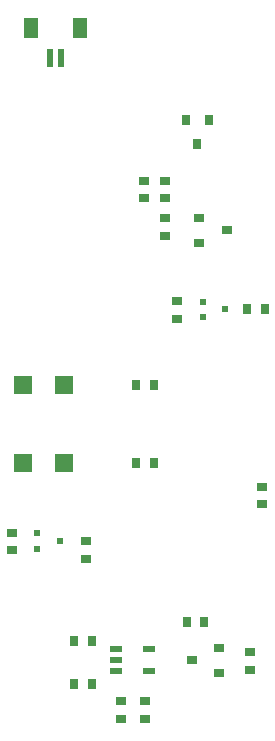
<source format=gtp>
G04*
G04 #@! TF.GenerationSoftware,Altium Limited,Altium Designer,20.0.14 (345)*
G04*
G04 Layer_Color=8421504*
%FSLAX44Y44*%
%MOMM*%
G71*
G01*
G75*
%ADD14R,0.9000X0.7000*%
%ADD15R,0.7000X0.9000*%
%ADD16R,0.6000X0.4700*%
%ADD17R,0.9500X0.6500*%
%ADD18R,0.6000X1.5500*%
%ADD19R,1.2000X1.8000*%
%ADD20R,0.8000X0.9500*%
%ADD21R,1.1000X0.6000*%
%ADD22R,1.5000X1.5000*%
D14*
X360000Y531000D02*
D03*
Y546000D02*
D03*
X378000Y531000D02*
D03*
Y546000D02*
D03*
X460000Y287000D02*
D03*
Y272000D02*
D03*
X248000Y248000D02*
D03*
Y233000D02*
D03*
X388000Y444000D02*
D03*
Y429000D02*
D03*
X311000Y226000D02*
D03*
Y241000D02*
D03*
X378000Y514000D02*
D03*
Y499000D02*
D03*
X450000Y147000D02*
D03*
Y132000D02*
D03*
X340000Y105000D02*
D03*
Y90000D02*
D03*
X361000Y105000D02*
D03*
Y90000D02*
D03*
D15*
X316000Y156000D02*
D03*
X301000D02*
D03*
Y120000D02*
D03*
X316000D02*
D03*
X462000Y437000D02*
D03*
X447000D02*
D03*
X396000Y172000D02*
D03*
X411000D02*
D03*
X368000Y373000D02*
D03*
X353000D02*
D03*
X368000Y307000D02*
D03*
X353000D02*
D03*
D16*
X409500Y443500D02*
D03*
Y430500D02*
D03*
X428500Y437000D02*
D03*
X269500Y247500D02*
D03*
Y234500D02*
D03*
X288500Y241000D02*
D03*
D17*
X423750Y129500D02*
D03*
Y150500D02*
D03*
X400250Y140000D02*
D03*
X429750Y504000D02*
D03*
X406250Y493500D02*
D03*
Y514500D02*
D03*
D18*
X280000Y650000D02*
D03*
X290000D02*
D03*
D19*
X306000Y675250D02*
D03*
X264000D02*
D03*
D20*
X414500Y597000D02*
D03*
X395500D02*
D03*
X405000Y577000D02*
D03*
D21*
X336000Y149500D02*
D03*
Y140000D02*
D03*
Y130500D02*
D03*
X364000D02*
D03*
Y149500D02*
D03*
D22*
X257500Y373000D02*
D03*
X292500D02*
D03*
X257500Y307000D02*
D03*
X292500D02*
D03*
M02*

</source>
